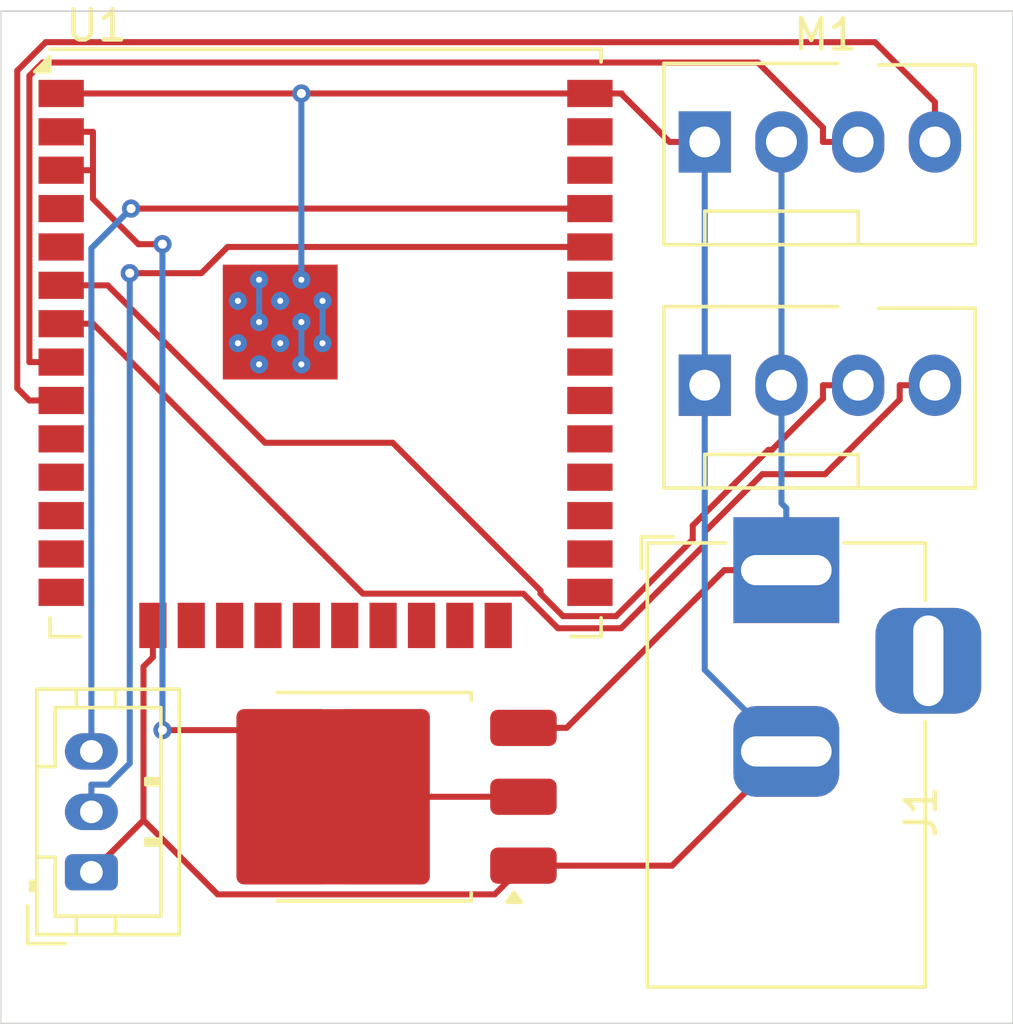
<source format=kicad_pcb>
(kicad_pcb (version 20240108) (generator "pcbnew") (generator_version "8.0")
  (layers (0 "F.Cu" signal) (31 "B.Cu" signal) (34 "B.Paste" user) (35 "F.Paste" user) (36 "B.SilkS" user "B.Silkscreen") (37 "F.SilkS" user "F.Silkscreen") (38 "B.Mask" user) (39 "F.Mask" user) (44 "Edge.Cuts" user))
  (net 0 "")
  (net 28 "Net-(M1-+)")
  (net 29 "Net-(M1-PWM)")
  (net 30 "Net-(M1-Tacho)")
  (net 31 "Net-(U1-EN)")
  (net 32 "Net-(J2-Pin_3)")
  (net 33 "Net-(J2-Pin_2)")
  (net 34 "Net-(M2-Tacho)")
  (net 35 "Net-(M2-PWM)")
  (net 36 "Net-(J1-MountPin)")
  (footprint "Connector_JST:JST_PH_B3B-PH-K_1x03_P2.00mm_Vertical" (layer "F.Cu") (at 79.5 121 90)
    (property "Reference" "J2" (hide yes))
    (property "Value" "Conn_01x03_Pin" (hide yes))
    (fp_line (start -1.11 -2.11) (end -2.36 -2.11) (stroke (width 0.12)) (layer "F.SilkS"))
    (fp_line (start -2.36 -2.11) (end -2.36 -0.86) (stroke (width 0.12)) (layer "F.SilkS"))
    (fp_line (start -0.3 -2.01) (end -0.6 -2.01) (stroke (width 0.12)) (layer "F.SilkS"))
    (fp_line (start -0.6 -2.01) (end -0.6 -1.81) (stroke (width 0.12)) (layer "F.SilkS"))
    (fp_line (start -0.3 -1.91) (end -0.6 -1.91) (stroke (width 0.12)) (layer "F.SilkS"))
    (fp_line (start 6.06 -1.81) (end -2.06 -1.81) (stroke (width 0.12)) (layer "F.SilkS"))
    (fp_line (start 0.5 -1.81) (end 0.5 -1.2) (stroke (width 0.12)) (layer "F.SilkS"))
    (fp_line (start -0.3 -1.81) (end -0.3 -2.01) (stroke (width 0.12)) (layer "F.SilkS"))
    (fp_line (start -2.06 -1.81) (end -2.06 2.91) (stroke (width 0.12)) (layer "F.SilkS"))
    (fp_line (start 5.45 -1.2) (end 3.5 -1.2) (stroke (width 0.12)) (layer "F.SilkS"))
    (fp_line (start 3.5 -1.2) (end 3.5 -1.81) (stroke (width 0.12)) (layer "F.SilkS"))
    (fp_line (start 0.5 -1.2) (end -1.45 -1.2) (stroke (width 0.12)) (layer "F.SilkS"))
    (fp_line (start -1.45 -1.2) (end -1.45 2.3) (stroke (width 0.12)) (layer "F.SilkS"))
    (fp_line (start 6.06 -0.5) (end 5.45 -0.5) (stroke (width 0.12)) (layer "F.SilkS"))
    (fp_line (start -2.06 -0.5) (end -1.45 -0.5) (stroke (width 0.12)) (layer "F.SilkS"))
    (fp_line (start 6.06 0.8) (end 5.45 0.8) (stroke (width 0.12)) (layer "F.SilkS"))
    (fp_line (start -2.06 0.8) (end -1.45 0.8) (stroke (width 0.12)) (layer "F.SilkS"))
    (fp_line (start 3.1 1.8) (end 3.1 2.3) (stroke (width 0.12)) (layer "F.SilkS"))
    (fp_line (start 2.9 1.8) (end 3.1 1.8) (stroke (width 0.12)) (layer "F.SilkS"))
    (fp_line (start 1.1 1.8) (end 1.1 2.3) (stroke (width 0.12)) (layer "F.SilkS"))
    (fp_line (start 0.9 1.8) (end 1.1 1.8) (stroke (width 0.12)) (layer "F.SilkS"))
    (fp_line (start 5.45 2.3) (end 5.45 -1.2) (stroke (width 0.12)) (layer "F.SilkS"))
    (fp_line (start 3 2.3) (end 3 1.8) (stroke (width 0.12)) (layer "F.SilkS"))
    (fp_line (start 2.9 2.3) (end 2.9 1.8) (stroke (width 0.12)) (layer "F.SilkS"))
    (fp_line (start 1 2.3) (end 1 1.8) (stroke (width 0.12)) (layer "F.SilkS"))
    (fp_line (start 0.9 2.3) (end 0.9 1.8) (stroke (width 0.12)) (layer "F.SilkS"))
    (fp_line (start -1.45 2.3) (end 5.45 2.3) (stroke (width 0.12)) (layer "F.SilkS"))
    (fp_line (start 6.06 2.91) (end 6.06 -1.81) (stroke (width 0.12)) (layer "F.SilkS"))
    (fp_line (start -2.06 2.91) (end 6.06 2.91) (stroke (width 0.12)) (layer "F.SilkS"))
    (pad "1" thru_hole roundrect (at 0 0 90) (size 1.2 1.75) (drill 0.75) (layers "*.Cu" "*.Mask") (roundrect_rratio 0.208333) (net 36 "Net-(J1-MountPin)"))
    (pad "2" thru_hole oval (at 2 0 90) (size 1.2 1.75) (drill 0.75) (layers "*.Cu" "*.Mask") (net 33 "Net-(J2-Pin_2)"))
    (pad "3" thru_hole oval (at 4 0 90) (size 1.2 1.75) (drill 0.75) (layers "*.Cu" "*.Mask") (net 32 "Net-(J2-Pin_3)"))
  )
  (footprint "Connector:FanPinHeader_1x04_P2.54mm_Vertical" (layer "F.Cu") (at 99.8 104.88)
    (property "Reference" "M2" (hide yes))
    (property "Value" "Fan_4pin" (hide yes))
    (fp_line (start -1.35 -2.6) (end 4.4 -2.6) (stroke (width 0.12)) (layer "F.SilkS"))
    (fp_line (start -1.35 3.4) (end -1.35 -2.6) (stroke (width 0.12)) (layer "F.SilkS"))
    (fp_line (start 0 2.29) (end 5.08 2.29) (stroke (width 0.12)) (layer "F.SilkS"))
    (fp_line (start 0 3.3) (end 0 2.29) (stroke (width 0.12)) (layer "F.SilkS"))
    (fp_line (start 5.08 2.29) (end 5.08 3.3) (stroke (width 0.12)) (layer "F.SilkS"))
    (fp_line (start 5.75 -2.55) (end 8.95 -2.55) (stroke (width 0.12)) (layer "F.SilkS"))
    (fp_line (start 8.95 -2.55) (end 8.95 3.4) (stroke (width 0.12)) (layer "F.SilkS"))
    (fp_line (start 8.95 3.4) (end -1.35 3.4) (stroke (width 0.12)) (layer "F.SilkS"))
    (pad "" np_thru_hole circle (at 5.08 -2.16 90) (size 1.1 1.1) (drill 1.1) (layers "*.Cu" "*.Mask"))
    (pad "1" thru_hole rect (at 0 0 90) (size 2.03 1.73) (drill 1.02) (layers "*.Cu" "*.Mask") (net 36 "Net-(J1-MountPin)"))
    (pad "2" thru_hole oval (at 2.54 0 90) (size 2.03 1.73) (drill 1.02) (layers "*.Cu" "*.Mask") (net 28 "Net-(M1-+)"))
    (pad "3" thru_hole oval (at 5.08 0 90) (size 2.03 1.73) (drill 1.02) (layers "*.Cu" "*.Mask") (net 34 "Net-(M2-Tacho)"))
    (pad "4" thru_hole oval (at 7.62 0 90) (size 2.03 1.73) (drill 1.02) (layers "*.Cu" "*.Mask") (net 35 "Net-(M2-PWM)"))
  )
  (footprint "Connector_BarrelJack:BarrelJack_Horizontal" (layer "F.Cu") (at 102.5 111 90)
    (property "Reference" "J1" (at -8 4.4575 90) (layer "F.SilkS"))
    (property "Value" "Barrel_Jack_MountingPin" (hide yes))
    (fp_line (start 0.05 -4.8) (end 1.1 -4.8) (stroke (width 0.12)) (layer "F.SilkS"))
    (fp_line (start 0.9 -4.6) (end 0.9 -2) (stroke (width 0.12)) (layer "F.SilkS"))
    (fp_line (start -13.8 -4.6) (end 0.9 -4.6) (stroke (width 0.12)) (layer "F.SilkS"))
    (fp_line (start 1.1 -3.75) (end 1.1 -4.8) (stroke (width 0.12)) (layer "F.SilkS"))
    (fp_line (start 0.9 1.9) (end 0.9 4.6) (stroke (width 0.12)) (layer "F.SilkS"))
    (fp_line (start 0.9 4.6) (end -1 4.6) (stroke (width 0.12)) (layer "F.SilkS"))
    (fp_line (start -5 4.6) (end -13.8 4.6) (stroke (width 0.12)) (layer "F.SilkS"))
    (fp_line (start -13.8 4.6) (end -13.8 -4.6) (stroke (width 0.12)) (layer "F.SilkS"))
    (pad "1" thru_hole rect (at 0 0 90) (size 3.5 3.5) (drill oval 1 3) (layers "*.Cu" "*.Mask") (net 28 "Net-(M1-+)"))
    (pad "2" thru_hole roundrect (at -6 0 90) (size 3 3.5) (drill oval 1 3) (layers "*.Cu" "*.Mask") (net 36 "Net-(J1-MountPin)"))
    (pad "3" thru_hole roundrect (at -3 4.7 90) (size 3.5 3.5) (drill oval 3 1) (layers "*.Cu" "*.Mask"))
  )
  (footprint "RF_Module:ESP32-WROOM-32U" (layer "F.Cu") (at 87.25 103.48)
    (property "Reference" "U1" (at -7.58 -10.5 180) (layer "F.SilkS"))
    (property "Value" "ESP32-WROOM-32U" (hide yes))
    (fp_line (start -9.12 -9.72) (end 9.12 -9.72) (stroke (width 0.12)) (layer "F.SilkS"))
    (fp_line (start -9.12 9.1) (end -9.12 9.72) (stroke (width 0.12)) (layer "F.SilkS"))
    (fp_line (start -9.12 9.72) (end -8.12 9.72) (stroke (width 0.12)) (layer "F.SilkS"))
    (fp_line (start 9.12 -9.72) (end 9.12 -9.3) (stroke (width 0.12)) (layer "F.SilkS"))
    (fp_line (start 9.12 9.1) (end 9.12 9.72) (stroke (width 0.12)) (layer "F.SilkS"))
    (fp_line (start 9.12 9.72) (end 8.12 9.72) (stroke (width 0.12)) (layer "F.SilkS"))
    (fp_poly (pts (xy -9.125 -8.975) (xy -9.625 -8.975) (xy -9.125 -9.475) (xy -9.125 -8.975)) (stroke (width 0.12)) (fill solid) (layer "F.SilkS"))
    (pad "1" smd rect (at -8.75 -8.255) (size 1.5 0.9) (layers "F.Cu" "F.Paste" "F.Mask") (net 36 "Net-(J1-MountPin)"))
    (pad "2" smd rect (at -8.75 -6.985) (size 1.5 0.9) (layers "F.Cu" "F.Paste" "F.Mask") (net 31 "Net-(U1-EN)"))
    (pad "3" smd rect (at -8.75 -5.715) (size 1.5 0.9) (layers "F.Cu" "F.Paste" "F.Mask") (net 31 "Net-(U1-EN)"))
    (pad "4" smd rect (at -8.75 -4.445) (size 1.5 0.9) (layers "F.Cu" "F.Paste" "F.Mask"))
    (pad "5" smd rect (at -8.75 -3.175) (size 1.5 0.9) (layers "F.Cu" "F.Paste" "F.Mask"))
    (pad "6" smd rect (at -8.75 -1.905) (size 1.5 0.9) (layers "F.Cu" "F.Paste" "F.Mask") (net 34 "Net-(M2-Tacho)"))
    (pad "7" smd rect (at -8.75 -0.635) (size 1.5 0.9) (layers "F.Cu" "F.Paste" "F.Mask") (net 35 "Net-(M2-PWM)"))
    (pad "8" smd rect (at -8.75 0.635) (size 1.5 0.9) (layers "F.Cu" "F.Paste" "F.Mask") (net 30 "Net-(M1-Tacho)"))
    (pad "9" smd rect (at -8.75 1.905) (size 1.5 0.9) (layers "F.Cu" "F.Paste" "F.Mask") (net 29 "Net-(M1-PWM)"))
    (pad "10" smd rect (at -8.75 3.175) (size 1.5 0.9) (layers "F.Cu" "F.Paste" "F.Mask"))
    (pad "11" smd rect (at -8.75 4.445) (size 1.5 0.9) (layers "F.Cu" "F.Paste" "F.Mask"))
    (pad "12" smd rect (at -8.75 5.715) (size 1.5 0.9) (layers "F.Cu" "F.Paste" "F.Mask"))
    (pad "13" smd rect (at -8.75 6.985) (size 1.5 0.9) (layers "F.Cu" "F.Paste" "F.Mask"))
    (pad "14" smd rect (at -8.75 8.255) (size 1.5 0.9) (layers "F.Cu" "F.Paste" "F.Mask"))
    (pad "15" smd rect (at -5.715 9.35 90) (size 1.5 0.9) (layers "F.Cu" "F.Paste" "F.Mask") (net 36 "Net-(J1-MountPin)"))
    (pad "16" smd rect (at -4.445 9.35 90) (size 1.5 0.9) (layers "F.Cu" "F.Paste" "F.Mask"))
    (pad "17" smd rect (at -3.175 9.35 90) (size 1.5 0.9) (layers "F.Cu" "F.Paste" "F.Mask"))
    (pad "18" smd rect (at -1.905 9.35 90) (size 1.5 0.9) (layers "F.Cu" "F.Paste" "F.Mask"))
    (pad "19" smd rect (at -0.635 9.35 90) (size 1.5 0.9) (layers "F.Cu" "F.Paste" "F.Mask"))
    (pad "20" smd rect (at 0.635 9.35 90) (size 1.5 0.9) (layers "F.Cu" "F.Paste" "F.Mask"))
    (pad "21" smd rect (at 1.905 9.35 90) (size 1.5 0.9) (layers "F.Cu" "F.Paste" "F.Mask"))
    (pad "22" smd rect (at 3.175 9.35 90) (size 1.5 0.9) (layers "F.Cu" "F.Paste" "F.Mask"))
    (pad "23" smd rect (at 4.445 9.35 90) (size 1.5 0.9) (layers "F.Cu" "F.Paste" "F.Mask"))
    (pad "24" smd rect (at 5.715 9.35 90) (size 1.5 0.9) (layers "F.Cu" "F.Paste" "F.Mask"))
    (pad "25" smd rect (at 8.75 8.255) (size 1.5 0.9) (layers "F.Cu" "F.Paste" "F.Mask"))
    (pad "26" smd rect (at 8.75 6.985) (size 1.5 0.9) (layers "F.Cu" "F.Paste" "F.Mask"))
    (pad "27" smd rect (at 8.75 5.715) (size 1.5 0.9) (layers "F.Cu" "F.Paste" "F.Mask"))
    (pad "28" smd rect (at 8.75 4.445) (size 1.5 0.9) (layers "F.Cu" "F.Paste" "F.Mask"))
    (pad "29" smd rect (at 8.75 3.175) (size 1.5 0.9) (layers "F.Cu" "F.Paste" "F.Mask"))
    (pad "30" smd rect (at 8.75 1.905) (size 1.5 0.9) (layers "F.Cu" "F.Paste" "F.Mask"))
    (pad "31" smd rect (at 8.75 0.635) (size 1.5 0.9) (layers "F.Cu" "F.Paste" "F.Mask"))
    (pad "32" smd rect (at 8.75 -0.635) (size 1.5 0.9) (layers "F.Cu" "F.Paste" "F.Mask"))
    (pad "33" smd rect (at 8.75 -1.905) (size 1.5 0.9) (layers "F.Cu" "F.Paste" "F.Mask"))
    (pad "34" smd rect (at 8.75 -3.175) (size 1.5 0.9) (layers "F.Cu" "F.Paste" "F.Mask") (net 33 "Net-(J2-Pin_2)"))
    (pad "35" smd rect (at 8.75 -4.445) (size 1.5 0.9) (layers "F.Cu" "F.Paste" "F.Mask") (net 32 "Net-(J2-Pin_3)"))
    (pad "36" smd rect (at 8.75 -5.715) (size 1.5 0.9) (layers "F.Cu" "F.Paste" "F.Mask"))
    (pad "37" smd rect (at 8.75 -6.985) (size 1.5 0.9) (layers "F.Cu" "F.Paste" "F.Mask"))
    (pad "38" smd rect (at 8.75 -8.255) (size 1.5 0.9) (layers "F.Cu" "F.Paste" "F.Mask") (net 36 "Net-(J1-MountPin)"))
    (pad "39" smd rect (at -2.9 -2.09) (size 0.9 0.9) (layers "F.Cu" "F.Paste") (net 36 "Net-(J1-MountPin)"))
    (pad "39" thru_hole circle (at -2.9 -1.39) (size 0.6 0.6) (drill 0.2) (property pad_prop_heatsink) (layers "*.Cu" "F.Mask") (net 36 "Net-(J1-MountPin)"))
    (pad "39" smd rect (at -2.9 -0.69) (size 0.9 0.9) (layers "F.Cu" "F.Paste") (net 36 "Net-(J1-MountPin)"))
    (pad "39" thru_hole circle (at -2.9 0.01) (size 0.6 0.6) (drill 0.2) (property pad_prop_heatsink) (layers "*.Cu" "F.Mask") (net 36 "Net-(J1-MountPin)"))
    (pad "39" smd rect (at -2.9 0.71) (size 0.9 0.9) (layers "F.Cu" "F.Paste") (net 36 "Net-(J1-MountPin)"))
    (pad "39" thru_hole circle (at -2.2 -2.09) (size 0.6 0.6) (drill 0.2) (property pad_prop_heatsink) (layers "*.Cu" "F.Mask") (net 36 "Net-(J1-MountPin)"))
    (pad "39" thru_hole circle (at -2.2 -0.69) (size 0.6 0.6) (drill 0.2) (property pad_prop_heatsink) (layers "*.Cu" "F.Mask") (net 36 "Net-(J1-MountPin)"))
    (pad "39" thru_hole circle (at -2.2 0.71) (size 0.6 0.6) (drill 0.2) (property pad_prop_heatsink) (layers "*.Cu" "F.Mask") (net 36 "Net-(J1-MountPin)"))
    (pad "39" smd rect (at -1.5 -2.09) (size 0.9 0.9) (layers "F.Cu" "F.Paste") (net 36 "Net-(J1-MountPin)"))
    (pad "39" thru_hole circle (at -1.5 -1.39) (size 0.6 0.6) (drill 0.2) (property pad_prop_heatsink) (layers "*.Cu" "F.Mask") (net 36 "Net-(J1-MountPin)"))
    (pad "39" smd rect (at -1.5 -0.69) (size 0.9 0.9) (layers "F.Cu" "F.Paste") (net 36 "Net-(J1-MountPin)"))
    (pad "39" smd rect (at -1.5 -0.69) (size 3.8 3.8) (layers "F.Cu" "F.Mask") (net 36 "Net-(J1-MountPin)"))
    (pad "39" thru_hole circle (at -1.5 0.01) (size 0.6 0.6) (drill 0.2) (property pad_prop_heatsink) (layers "*.Cu" "F.Mask") (net 36 "Net-(J1-MountPin)"))
    (pad "39" smd rect (at -1.5 0.71) (size 0.9 0.9) (layers "F.Cu" "F.Paste") (net 36 "Net-(J1-MountPin)"))
    (pad "39" thru_hole circle (at -0.8 -2.09) (size 0.6 0.6) (drill 0.2) (property pad_prop_heatsink) (layers "*.Cu" "F.Mask") (net 36 "Net-(J1-MountPin)"))
    (pad "39" thru_hole circle (at -0.8 -0.69) (size 0.6 0.6) (drill 0.2) (property pad_prop_heatsink) (layers "*.Cu" "F.Mask") (net 36 "Net-(J1-MountPin)"))
    (pad "39" thru_hole circle (at -0.8 0.71) (size 0.6 0.6) (drill 0.2) (property pad_prop_heatsink) (layers "*.Cu" "F.Mask") (net 36 "Net-(J1-MountPin)"))
    (pad "39" smd rect (at -0.1 -2.09) (size 0.9 0.9) (layers "F.Cu" "F.Paste") (net 36 "Net-(J1-MountPin)"))
    (pad "39" thru_hole circle (at -0.1 -1.39) (size 0.6 0.6) (drill 0.2) (property pad_prop_heatsink) (layers "*.Cu" "F.Mask") (net 36 "Net-(J1-MountPin)"))
    (pad "39" smd rect (at -0.1 -0.69) (size 0.9 0.9) (layers "F.Cu" "F.Paste") (net 36 "Net-(J1-MountPin)"))
    (pad "39" thru_hole circle (at -0.1 0.01) (size 0.6 0.6) (drill 0.2) (property pad_prop_heatsink) (layers "*.Cu" "F.Mask") (net 36 "Net-(J1-MountPin)"))
    (pad "39" smd rect (at -0.1 0.71) (size 0.9 0.9) (layers "F.Cu" "F.Paste") (net 36 "Net-(J1-MountPin)"))
  )
  (footprint "Connector:FanPinHeader_1x04_P2.54mm_Vertical" (layer "F.Cu") (at 99.8 96.83)
    (property "Reference" "M1" (at 4 -3.55 0) (layer "F.SilkS"))
    (property "Value" "Fan_4pin" (hide yes))
    (fp_line (start -1.35 -2.6) (end 4.4 -2.6) (stroke (width 0.12)) (layer "F.SilkS"))
    (fp_line (start -1.35 3.4) (end -1.35 -2.6) (stroke (width 0.12)) (layer "F.SilkS"))
    (fp_line (start 0 2.29) (end 5.08 2.29) (stroke (width 0.12)) (layer "F.SilkS"))
    (fp_line (start 0 3.3) (end 0 2.29) (stroke (width 0.12)) (layer "F.SilkS"))
    (fp_line (start 5.08 2.29) (end 5.08 3.3) (stroke (width 0.12)) (layer "F.SilkS"))
    (fp_line (start 5.75 -2.55) (end 8.95 -2.55) (stroke (width 0.12)) (layer "F.SilkS"))
    (fp_line (start 8.95 -2.55) (end 8.95 3.4) (stroke (width 0.12)) (layer "F.SilkS"))
    (fp_line (start 8.95 3.4) (end -1.35 3.4) (stroke (width 0.12)) (layer "F.SilkS"))
    (pad "" np_thru_hole circle (at 5.08 -2.16 90) (size 1.1 1.1) (drill 1.1) (layers "*.Cu" "*.Mask"))
    (pad "1" thru_hole rect (at 0 0 90) (size 2.03 1.73) (drill 1.02) (layers "*.Cu" "*.Mask") (net 36 "Net-(J1-MountPin)"))
    (pad "2" thru_hole oval (at 2.54 0 90) (size 2.03 1.73) (drill 1.02) (layers "*.Cu" "*.Mask") (net 28 "Net-(M1-+)"))
    (pad "3" thru_hole oval (at 5.08 0 90) (size 2.03 1.73) (drill 1.02) (layers "*.Cu" "*.Mask") (net 30 "Net-(M1-Tacho)"))
    (pad "4" thru_hole oval (at 7.62 0 90) (size 2.03 1.73) (drill 1.02) (layers "*.Cu" "*.Mask") (net 29 "Net-(M1-PWM)"))
  )
  (footprint "Package_TO_SOT_SMD:TO-252-3_TabPin2" (layer "F.Cu") (at 88.76 118.5 180)
    (property "Reference" "U2" (hide yes))
    (property "Value" "LM1117DT-3.3" (hide yes))
    (fp_line (start 3.11 3.45) (end -3.31 3.45) (stroke (width 0.12)) (layer "F.SilkS"))
    (fp_line (start 3.11 -3.45) (end -3.31 -3.45) (stroke (width 0.12)) (layer "F.SilkS"))
    (fp_line (start -3.31 3.45) (end -3.31 3.18) (stroke (width 0.12)) (layer "F.SilkS"))
    (fp_line (start -3.31 -3.45) (end -3.31 -3.18) (stroke (width 0.12)) (layer "F.SilkS"))
    (fp_poly (pts (xy -4.725 -3.16) (xy -4.965 -3.49) (xy -4.485 -3.49) (xy -4.725 -3.16)) (stroke (width 0.12)) (fill solid) (layer "F.SilkS"))
    (pad "1" smd roundrect (at -5.04 -2.28 180) (size 2.2 1.2) (layers "F.Cu" "F.Paste" "F.Mask") (roundrect_rratio 0.208333) (net 36 "Net-(J1-MountPin)"))
    (pad "2" smd roundrect (at -5.04 0 180) (size 2.2 1.2) (layers "F.Cu" "F.Paste" "F.Mask") (roundrect_rratio 0.208333) (net 31 "Net-(U1-EN)"))
    (pad "2" smd roundrect (at -0.415 -1.525 180) (size 3.05 2.75) (layers "F.Cu" "F.Paste") (roundrect_rratio 0.090909) (net 31 "Net-(U1-EN)"))
    (pad "2" smd roundrect (at -0.415 1.525 180) (size 3.05 2.75) (layers "F.Cu" "F.Paste") (roundrect_rratio 0.090909) (net 31 "Net-(U1-EN)"))
    (pad "2" smd roundrect (at 1.26 0 180) (size 6.4 5.8) (layers "F.Cu" "F.Mask") (roundrect_rratio 0.043103) (net 31 "Net-(U1-EN)"))
    (pad "2" smd roundrect (at 2.935 -1.525 180) (size 3.05 2.75) (layers "F.Cu" "F.Paste") (roundrect_rratio 0.090909) (net 31 "Net-(U1-EN)"))
    (pad "2" smd roundrect (at 2.935 1.525 180) (size 3.05 2.75) (layers "F.Cu" "F.Paste") (roundrect_rratio 0.090909) (net 31 "Net-(U1-EN)"))
    (pad "3" smd roundrect (at -5.04 2.28 180) (size 2.2 1.2) (layers "F.Cu" "F.Paste" "F.Mask") (roundrect_rratio 0.208333) (net 28 "Net-(M1-+)"))
  )
  (gr_rect (start 76.5 92.5) (end 110 126) (stroke (width 0.05)) (fill none) (layer "Edge.Cuts"))
  (segment (start 95.2283 116.22) (end 93.8 116.22) (width 0.2) (layer "F.Cu") (net 28))
  (segment (start 100.448 111) (end 95.2283 116.22) (width 0.2) (layer "F.Cu") (net 28))
  (segment (start 102.5 111) (end 100.448 111) (width 0.2) (layer "F.Cu") (net 28))
  (segment (start 102.5 111) (end 102.5 108.948) (width 0.2) (layer "B.Cu") (net 28))
  (segment (start 102.34 96.83) (end 102.34 104.88) (width 0.2) (layer "B.Cu") (net 28))
  (segment (start 102.5 108.948) (end 102.34 108.788) (width 0.2) (layer "B.Cu") (net 28))
  (segment (start 102.34 108.788) (end 102.34 104.88) (width 0.2) (layer "B.Cu") (net 28))
  (segment (start 105.434 93.5275) (end 77.9893 93.5275) (width 0.2) (layer "F.Cu") (net 29))
  (segment (start 77.0466 104.983) (end 77.4483 105.385) (width 0.2) (layer "F.Cu") (net 29))
  (segment (start 77.9893 93.5275) (end 77.0466 94.4702) (width 0.2) (layer "F.Cu") (net 29))
  (segment (start 77.4483 105.385) (end 78.5 105.385) (width 0.2) (layer "F.Cu") (net 29))
  (segment (start 77.0466 94.4702) (end 77.0466 104.983) (width 0.2) (layer "F.Cu") (net 29))
  (segment (start 107.42 96.83) (end 107.42 95.5133) (width 0.2) (layer "F.Cu") (net 29))
  (segment (start 107.42 95.5133) (end 105.434 93.5275) (width 0.2) (layer "F.Cu") (net 29))
  (segment (start 77.8836 94.2012) (end 101.56 94.2012) (width 0.2) (layer "F.Cu") (net 30))
  (segment (start 77.4483 104.115) (end 77.4483 94.6365) (width 0.2) (layer "F.Cu") (net 30))
  (segment (start 103.713 96.83) (end 104.88 96.83) (width 0.2) (layer "F.Cu") (net 30))
  (segment (start 77.4483 94.6365) (end 77.8836 94.2012) (width 0.2) (layer "F.Cu") (net 30))
  (segment (start 103.713 96.3549) (end 103.713 96.83) (width 0.2) (layer "F.Cu") (net 30))
  (segment (start 101.56 94.2012) (end 103.713 96.3549) (width 0.2) (layer "F.Cu") (net 30))
  (segment (start 78.5 104.115) (end 77.4483 104.115) (width 0.2) (layer "F.Cu") (net 30))
  (segment (start 87.5 116.975) (end 87.5 118.5) (width 0.2) (layer "F.Cu") (net 31))
  (segment (start 85.825 116.975) (end 85.1452 116.295) (width 0.2) (layer "F.Cu") (net 31))
  (segment (start 85.825 116.975) (end 87.5 116.975) (width 0.2) (layer "F.Cu") (net 31))
  (segment (start 79.5517 98.709) (end 81.0542 100.212) (width 0.2) (layer "F.Cu") (net 31))
  (segment (start 85.1452 116.295) (end 81.8521 116.295) (width 0.2) (layer "F.Cu") (net 31))
  (segment (start 87.5 120.025) (end 89.175 120.025) (width 0.2) (layer "F.Cu") (net 31))
  (segment (start 87.5 118.5) (end 87.5 120.025) (width 0.2) (layer "F.Cu") (net 31))
  (segment (start 79.5517 96.495) (end 78.5 96.495) (width 0.2) (layer "F.Cu") (net 31))
  (segment (start 78.5 97.765) (end 79.5502 97.765) (width 0.2) (layer "F.Cu") (net 31))
  (segment (start 81.0542 100.212) (end 81.8521 100.212) (width 0.2) (layer "F.Cu") (net 31))
  (segment (start 87.5 116.975) (end 89.175 116.975) (width 0.2) (layer "F.Cu") (net 31))
  (segment (start 87.5 118.5) (end 93.8 118.5) (width 0.2) (layer "F.Cu") (net 31))
  (segment (start 79.5502 97.765) (end 79.5517 97.765) (width 0.2) (layer "F.Cu") (net 31))
  (segment (start 79.5517 97.765) (end 79.5517 96.495) (width 0.2) (layer "F.Cu") (net 31))
  (segment (start 79.5502 97.765) (end 79.5517 97.7665) (width 0.2) (layer "F.Cu") (net 31))
  (segment (start 79.5517 97.7665) (end 79.5517 98.709) (width 0.2) (layer "F.Cu") (net 31))
  (segment (start 85.825 120.025) (end 87.5 120.025) (width 0.2) (layer "F.Cu") (net 31))
  (via (at 81.8521 116.295) (size 0.6) (drill 0.3) (layers "F.Cu" "B.Cu") (net 31))
  (via (at 81.8521 100.212) (size 0.6) (drill 0.3) (layers "F.Cu" "B.Cu") (net 31))
  (segment (start 81.8521 116.295) (end 81.8521 100.212) (width 0.2) (layer "B.Cu") (net 31))
  (segment (start 96 99.035) (end 80.8132 99.035) (width 0.2) (layer "F.Cu") (net 32))
  (via (at 80.8132 99.035) (size 0.6) (drill 0.3) (layers "F.Cu" "B.Cu") (net 32))
  (segment (start 79.5 100.348) (end 80.8132 99.035) (width 0.2) (layer "B.Cu") (net 32))
  (segment (start 79.5 117) (end 79.5 100.348) (width 0.2) (layer "B.Cu") (net 32))
  (segment (start 83.1416 101.172) (end 80.7691 101.172) (width 0.2) (layer "F.Cu") (net 33))
  (segment (start 96 100.305) (end 84.0083 100.305) (width 0.2) (layer "F.Cu") (net 33))
  (segment (start 84.0083 100.305) (end 83.1416 101.172) (width 0.2) (layer "F.Cu") (net 33))
  (via (at 80.7691 101.172) (size 0.6) (drill 0.3) (layers "F.Cu" "B.Cu") (net 33))
  (segment (start 79.5 118.098) (end 80.0636 118.098) (width 0.2) (layer "B.Cu") (net 33))
  (segment (start 80.7691 117.393) (end 80.7691 101.172) (width 0.2) (layer "B.Cu") (net 33))
  (segment (start 79.5 119) (end 79.5 118.098) (width 0.2) (layer "B.Cu") (net 33))
  (segment (start 80.0636 118.098) (end 80.7691 117.393) (width 0.2) (layer "B.Cu") (net 33))
  (segment (start 103.713 104.88) (end 104.88 104.88) (width 0.2) (layer "F.Cu") (net 34))
  (segment (start 96.8664 112.522) (end 99.4035 109.985) (width 0.2) (layer "F.Cu") (net 34))
  (segment (start 85.2483 106.784) (end 89.4711 106.784) (width 0.2) (layer "F.Cu") (net 34))
  (segment (start 95.1091 112.522) (end 96.8664 112.522) (width 0.2) (layer "F.Cu") (net 34))
  (segment (start 99.4035 109.985) (end 99.4035 109.522) (width 0.2) (layer "F.Cu") (net 34))
  (segment (start 94.3652 111.778) (end 95.1091 112.522) (width 0.2) (layer "F.Cu") (net 34))
  (segment (start 103.713 105.33) (end 103.713 104.88) (width 0.2) (layer "F.Cu") (net 34))
  (segment (start 94.3652 111.678) (end 94.3652 111.778) (width 0.2) (layer "F.Cu") (net 34))
  (segment (start 102.021 107.022) (end 103.713 105.33) (width 0.2) (layer "F.Cu") (net 34))
  (segment (start 89.4711 106.784) (end 94.3652 111.678) (width 0.2) (layer "F.Cu") (net 34))
  (segment (start 78.5 101.575) (end 80.0391 101.575) (width 0.2) (layer "F.Cu") (net 34))
  (segment (start 80.0391 101.575) (end 85.2483 106.784) (width 0.2) (layer "F.Cu") (net 34))
  (segment (start 99.4035 109.522) (end 101.903 107.022) (width 0.2) (layer "F.Cu") (net 34))
  (segment (start 101.903 107.022) (end 102.021 107.022) (width 0.2) (layer "F.Cu") (net 34))
  (segment (start 78.5 102.845) (end 79.5517 102.845) (width 0.2) (layer "F.Cu") (net 35))
  (segment (start 99.8052 109.725) (end 101.706 107.824) (width 0.2) (layer "F.Cu") (net 35))
  (segment (start 93.7972 111.778) (end 94.9428 112.924) (width 0.2) (layer "F.Cu") (net 35))
  (segment (start 106.253 105.355) (end 106.253 104.88) (width 0.2) (layer "F.Cu") (net 35))
  (segment (start 94.9428 112.924) (end 97.0327 112.924) (width 0.2) (layer "F.Cu") (net 35))
  (segment (start 97.0327 112.924) (end 99.8052 110.151) (width 0.2) (layer "F.Cu") (net 35))
  (segment (start 103.784 107.824) (end 106.253 105.355) (width 0.2) (layer "F.Cu") (net 35))
  (segment (start 79.5517 102.845) (end 88.485 111.778) (width 0.2) (layer "F.Cu") (net 35))
  (segment (start 101.706 107.824) (end 103.784 107.824) (width 0.2) (layer "F.Cu") (net 35))
  (segment (start 88.485 111.778) (end 93.7972 111.778) (width 0.2) (layer "F.Cu") (net 35))
  (segment (start 99.8052 110.151) (end 99.8052 109.725) (width 0.2) (layer "F.Cu") (net 35))
  (segment (start 106.253 104.88) (end 107.42 104.88) (width 0.2) (layer "F.Cu") (net 35))
  (segment (start 81.2242 114.192) (end 81.2242 119.276) (width 0.2) (layer "F.Cu") (net 36))
  (segment (start 98.6333 96.83) (end 99.8 96.83) (width 0.2) (layer "F.Cu") (net 36))
  (segment (start 86.45 103.49) (end 86.45 102.79) (width 0.2) (layer "F.Cu") (net 36))
  (segment (start 86.45 102.79) (end 85.75 102.79) (width 0.2) (layer "F.Cu") (net 36))
  (segment (start 85.05 101.39) (end 84.35 101.39) (width 0.2) (layer "F.Cu") (net 36))
  (segment (start 86.45 101.39) (end 85.75 101.39) (width 0.2) (layer "F.Cu") (net 36))
  (segment (start 85.75 102.09) (end 84.35 102.09) (width 0.2) (layer "F.Cu") (net 36))
  (segment (start 87.15 104.19) (end 86.45 104.19) (width 0.2) (layer "F.Cu") (net 36))
  (segment (start 87.15 102.09) (end 85.75 102.09) (width 0.2) (layer "F.Cu") (net 36))
  (segment (start 86.45 103.49) (end 85.75 103.49) (width 0.2) (layer "F.Cu") (net 36))
  (segment (start 85.75 103.49) (end 84.35 103.49) (width 0.2) (layer "F.Cu") (net 36))
  (segment (start 85.75 104.19) (end 85.05 104.19) (width 0.2) (layer "F.Cu") (net 36))
  (segment (start 86.45 104.19) (end 85.75 104.19) (width 0.2) (layer "F.Cu") (net 36))
  (segment (start 87.15 103.49) (end 86.45 103.49) (width 0.2) (layer "F.Cu") (net 36))
  (segment (start 93.8 120.78) (end 98.72 120.78) (width 0.2) (layer "F.Cu") (net 36))
  (segment (start 87.15 101.39) (end 86.45 101.39) (width 0.2) (layer "F.Cu") (net 36))
  (segment (start 81.2242 119.276) (end 79.5 121) (width 0.2) (layer "F.Cu") (net 36))
  (segment (start 93.8 120.78) (end 92.8503 121.73) (width 0.2) (layer "F.Cu") (net 36))
  (segment (start 86.45 95.225) (end 78.5 95.225) (width 0.2) (layer "F.Cu") (net 36))
  (segment (start 92.8503 121.73) (end 83.6781 121.73) (width 0.2) (layer "F.Cu") (net 36))
  (segment (start 85.75 102.79) (end 85.05 102.79) (width 0.2) (layer "F.Cu") (net 36))
  (segment (start 98.72 120.78) (end 102.5 117) (width 0.2) (layer "F.Cu") (net 36))
  (segment (start 96 95.225) (end 97.0517 95.225) (width 0.2) (layer "F.Cu") (net 36))
  (segment (start 97.0517 95.225) (end 97.0517 95.2484) (width 0.2) (layer "F.Cu") (net 36))
  (segment (start 83.6781 121.73) (end 81.2242 119.276) (width 0.2) (layer "F.Cu") (net 36))
  (segment (start 87.15 102.79) (end 86.45 102.79) (width 0.2) (layer "F.Cu") (net 36))
  (segment (start 81.535 112.83) (end 81.535 113.882) (width 0.2) (layer "F.Cu") (net 36))
  (segment (start 85.05 104.19) (end 84.35 104.19) (width 0.2) (layer "F.Cu") (net 36))
  (segment (start 85.75 101.39) (end 85.05 101.39) (width 0.2) (layer "F.Cu") (net 36))
  (segment (start 85.05 102.79) (end 84.35 102.79) (width 0.2) (layer "F.Cu") (net 36))
  (segment (start 81.535 113.882) (end 81.2242 114.192) (width 0.2) (layer "F.Cu") (net 36))
  (segment (start 96 95.225) (end 86.45 95.225) (width 0.2) (layer "F.Cu") (net 36))
  (segment (start 97.0517 95.2484) (end 98.6333 96.83) (width 0.2) (layer "F.Cu") (net 36))
  (via (at 86.45 95.225) (size 0.6) (drill 0.3) (layers "F.Cu" "B.Cu") (net 36))
  (segment (start 85.05 102.79) (end 85.05 101.39) (width 0.2) (layer "B.Cu") (net 36))
  (segment (start 99.8 96.83) (end 99.8 104.88) (width 0.2) (layer "B.Cu") (net 36))
  (segment (start 87.15 103.49) (end 87.15 102.09) (width 0.2) (layer "B.Cu") (net 36))
  (segment (start 102.5 117) (end 99.8 114.3) (width 0.2) (layer "B.Cu") (net 36))
  (segment (start 86.45 101.39) (end 86.45 95.225) (width 0.2) (layer "B.Cu") (net 36))
  (segment (start 86.45 104.19) (end 86.45 102.79) (width 0.2) (layer "B.Cu") (net 36))
  (segment (start 99.8 114.3) (end 99.8 104.88) (width 0.2) (layer "B.Cu") (net 36))
)
</source>
